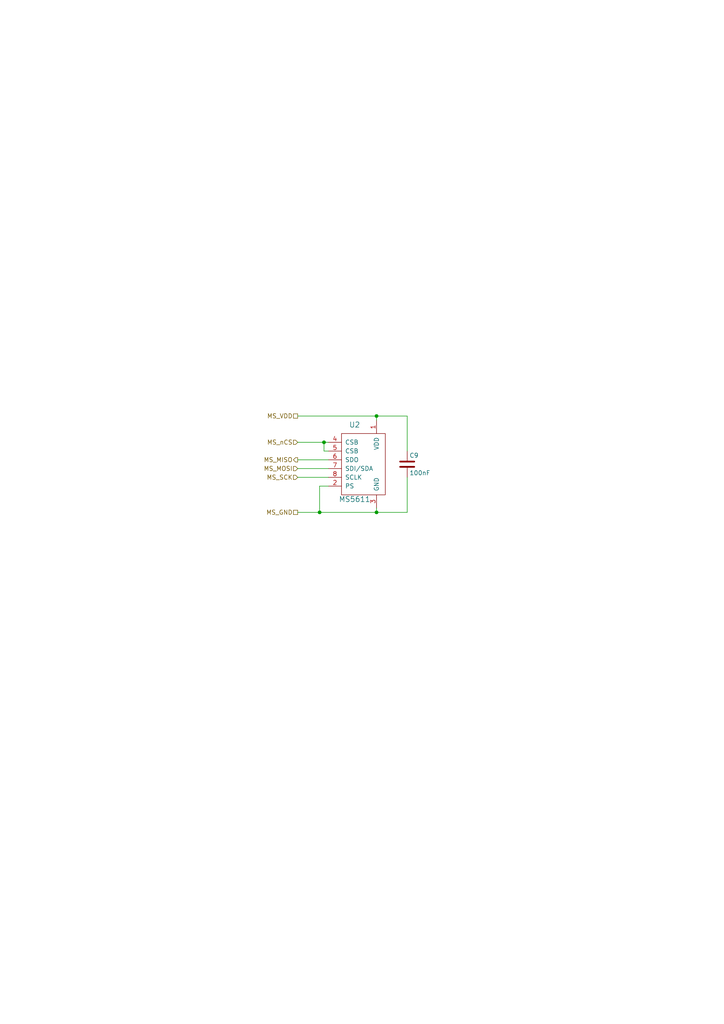
<source format=kicad_sch>
(kicad_sch (version 20230121) (generator eeschema)
  (paper "A4" portrait)
  (title_block (title "RasPi Zero NAV Hat") (date "2022-10-12") (rev "0.1") (company "chipiki.ru") (comment 1 "RasPi Zero NAV Hat") (comment 2 "Denis Tsekh"))
  (lib_symbols
    (symbol "Device:C" (pin_numbers hide) (pin_names (offset 0.254))
      (property "Reference" "C" (at 0.635 2.54 0))
      (property "Value" "C" (at 0.635 -2.54 0))
      (symbol "C_0_1"
        (polyline (pts (xy -2.032 -0.762) (xy 2.032 -0.762)) (stroke (width 0.508)))
        (polyline (pts (xy -2.032 0.762) (xy 2.032 0.762)) (stroke (width 0.508)))
      )
      (symbol "C_1_1"
        (pin passive line (at 0 3.81 270) (length 2.794) (name "~") (number "1"))
        (pin passive line (at 0 -3.81 90) (length 2.794) (name "~") (number "2"))
      )
    )
    (symbol "MS5611:MS5611" (pin_names (offset 1.016))
      (property "Reference" "U" (at -6.35 11.43 0))
      (property "Value" "MS5611" (at -6.35 -10.16 0))
      (symbol "MS5611_0_1"
        (rectangle (start -10.16 8.89) (end 2.54 -8.89))
      )
      (symbol "MS5611_1_1"
        (pin passive line (at 0 12.7 270) (length 3.81) (name "VDD") (number "1"))
        (pin passive line (at -13.97 -6.35 0) (length 3.81) (name "PS") (number "2"))
        (pin passive line (at 0 -12.7 90) (length 3.81) (name "GND") (number "3"))
        (pin passive line (at -13.97 6.35 0) (length 3.81) (name "CSB") (number "4"))
        (pin passive line (at -13.97 3.81 0) (length 3.81) (name "CSB") (number "5"))
        (pin passive line (at -13.97 1.27 0) (length 3.81) (name "SDO") (number "6"))
        (pin passive line (at -13.97 -1.27 0) (length 3.81) (name "SDI/SDA") (number "7"))
        (pin passive line (at -13.97 -3.81 0) (length 3.81) (name "SCLK") (number "8"))
      )
    )
  )
  (junction (at 92.71 148.59))
  (junction (at 109.22 148.59))
  (junction (at 93.98 128.27))
  (junction (at 109.22 120.65))
  (wire (pts (xy 109.22 120.65) (xy 86.36 120.65)))
  (wire (pts (xy 92.71 148.59) (xy 109.22 148.59)))
  (wire (pts (xy 118.11 120.65) (xy 118.11 130.81)))
  (wire (pts (xy 95.25 140.97) (xy 92.71 140.97)))
  (wire (pts (xy 109.22 148.59) (xy 118.11 148.59)))
  (wire (pts (xy 92.71 148.59) (xy 86.36 148.59)))
  (wire (pts (xy 118.11 148.59) (xy 118.11 138.43)))
  (wire (pts (xy 109.22 120.65) (xy 109.22 121.92)))
  (wire (pts (xy 109.22 147.32) (xy 109.22 148.59)))
  (wire (pts (xy 93.98 130.81) (xy 93.98 128.27)))
  (wire (pts (xy 86.36 128.27) (xy 93.98 128.27)))
  (wire (pts (xy 92.71 140.97) (xy 92.71 148.59)))
  (wire (pts (xy 93.98 128.27) (xy 95.25 128.27)))
  (wire (pts (xy 95.25 135.89) (xy 86.36 135.89)))
  (wire (pts (xy 95.25 130.81) (xy 93.98 130.81)))
  (wire (pts (xy 86.36 133.35) (xy 95.25 133.35)))
  (wire (pts (xy 109.22 120.65) (xy 118.11 120.65)))
  (wire (pts (xy 86.36 138.43) (xy 95.25 138.43)))
  (hierarchical_label "MS_VDD" (shape passive) (at 86.36 120.65 180))
  (hierarchical_label "MS_MOSI" (shape input) (at 86.36 135.89 180))
  (hierarchical_label "MS_nCS" (shape input) (at 86.36 128.27 180))
  (hierarchical_label "MS_GND" (shape passive) (at 86.36 148.59 180))
  (hierarchical_label "MS_MISO" (shape output) (at 86.36 133.35 180))
  (hierarchical_label "MS_SCK" (shape input) (at 86.36 138.43 180))
  (symbol (lib_id "MS5611:MS5611") (at 109.22 134.62 0) (unit 1)
    (property "Reference" "U2" (at 102.87 123.19 0) (effects (font (size 1.524 1.524))))
    (property "Value" "MS5611" (at 102.87 144.78 0) (effects (font (size 1.524 1.524))))
    (property "Footprint" "MS5611:MS5611" (effects hide))
  )
  (symbol (lib_id "Device:C") (at 118.11 134.62 0) (unit 1)
    (property "Reference" "C9" (at 118.745 132.08 0) (effects (justify left)))
    (property "Value" "100nF" (at 118.745 137.16 0) (effects (justify left)))
    (property "Footprint" "Capacitor_SMD:C_0603_1608Metric" (effects hide))
  )
)
</source>
